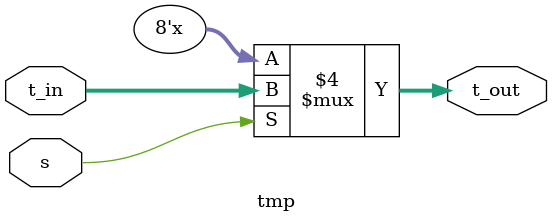
<source format=v>

`timescale 1ns / 1ps
module tmp(
	input s,
	input [7:0] t_in,
	output reg [7:0] t_out = 8'h00
	);
	
	always @(*)
		if(s == 1'b1)
			t_out <= t_in;

endmodule
</source>
